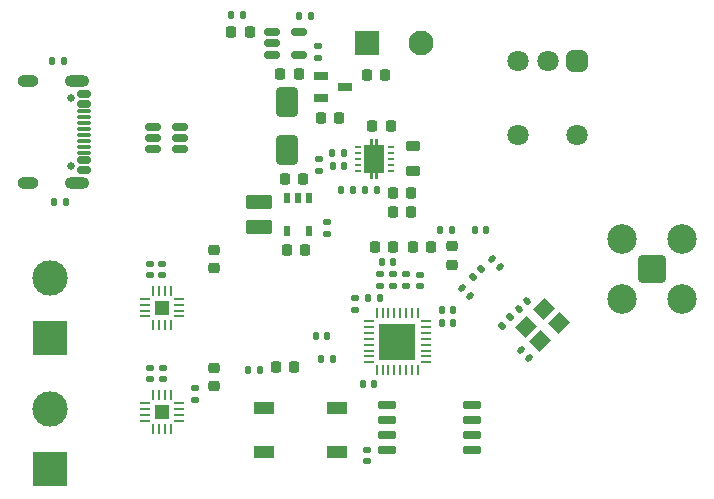
<source format=gts>
G04 #@! TF.GenerationSoftware,KiCad,Pcbnew,7.0.8*
G04 #@! TF.CreationDate,2024-01-23T22:35:07+01:00*
G04 #@! TF.ProjectId,internet-radio-speaker,696e7465-726e-4657-942d-726164696f2d,rev?*
G04 #@! TF.SameCoordinates,Original*
G04 #@! TF.FileFunction,Soldermask,Top*
G04 #@! TF.FilePolarity,Negative*
%FSLAX46Y46*%
G04 Gerber Fmt 4.6, Leading zero omitted, Abs format (unit mm)*
G04 Created by KiCad (PCBNEW 7.0.8) date 2024-01-23 22:35:07*
%MOMM*%
%LPD*%
G01*
G04 APERTURE LIST*
G04 Aperture macros list*
%AMRoundRect*
0 Rectangle with rounded corners*
0 $1 Rounding radius*
0 $2 $3 $4 $5 $6 $7 $8 $9 X,Y pos of 4 corners*
0 Add a 4 corners polygon primitive as box body*
4,1,4,$2,$3,$4,$5,$6,$7,$8,$9,$2,$3,0*
0 Add four circle primitives for the rounded corners*
1,1,$1+$1,$2,$3*
1,1,$1+$1,$4,$5*
1,1,$1+$1,$6,$7*
1,1,$1+$1,$8,$9*
0 Add four rect primitives between the rounded corners*
20,1,$1+$1,$2,$3,$4,$5,0*
20,1,$1+$1,$4,$5,$6,$7,0*
20,1,$1+$1,$6,$7,$8,$9,0*
20,1,$1+$1,$8,$9,$2,$3,0*%
%AMRotRect*
0 Rectangle, with rotation*
0 The origin of the aperture is its center*
0 $1 length*
0 $2 width*
0 $3 Rotation angle, in degrees counterclockwise*
0 Add horizontal line*
21,1,$1,$2,0,0,$3*%
%AMFreePoly0*
4,1,21,-0.125000,1.200000,0.125000,1.200000,0.125000,1.700000,0.375000,1.700000,0.375000,1.200000,0.825000,1.200000,0.825000,-1.200000,0.375000,-1.200000,0.375000,-1.700000,0.125000,-1.700000,0.125000,-1.200000,-0.125000,-1.200000,-0.125000,-1.700000,-0.375000,-1.700000,-0.375000,-1.200000,-0.825000,-1.200000,-0.825000,1.200000,-0.375000,1.200000,-0.375000,1.700000,-0.125000,1.700000,
-0.125000,1.200000,-0.125000,1.200000,$1*%
G04 Aperture macros list end*
%ADD10R,1.200000X0.650000*%
%ADD11R,3.000000X3.000000*%
%ADD12C,3.000000*%
%ADD13RoundRect,0.135000X-0.135000X-0.185000X0.135000X-0.185000X0.135000X0.185000X-0.135000X0.185000X0*%
%ADD14RoundRect,0.135000X0.185000X-0.135000X0.185000X0.135000X-0.185000X0.135000X-0.185000X-0.135000X0*%
%ADD15RoundRect,0.225000X-0.250000X0.225000X-0.250000X-0.225000X0.250000X-0.225000X0.250000X0.225000X0*%
%ADD16RoundRect,0.140000X0.140000X0.170000X-0.140000X0.170000X-0.140000X-0.170000X0.140000X-0.170000X0*%
%ADD17RoundRect,0.135000X0.135000X0.185000X-0.135000X0.185000X-0.135000X-0.185000X0.135000X-0.185000X0*%
%ADD18RoundRect,0.140000X0.170000X-0.140000X0.170000X0.140000X-0.170000X0.140000X-0.170000X-0.140000X0*%
%ADD19RoundRect,0.140000X-0.140000X-0.170000X0.140000X-0.170000X0.140000X0.170000X-0.140000X0.170000X0*%
%ADD20C,0.650000*%
%ADD21RoundRect,0.150000X-0.425000X0.150000X-0.425000X-0.150000X0.425000X-0.150000X0.425000X0.150000X0*%
%ADD22RoundRect,0.075000X-0.500000X0.075000X-0.500000X-0.075000X0.500000X-0.075000X0.500000X0.075000X0*%
%ADD23O,2.100000X1.000000*%
%ADD24O,1.800000X1.000000*%
%ADD25RoundRect,0.135000X0.035355X-0.226274X0.226274X-0.035355X-0.035355X0.226274X-0.226274X0.035355X0*%
%ADD26R,0.600000X0.240000*%
%ADD27FreePoly0,180.000000*%
%ADD28RotRect,1.400000X1.200000X225.000000*%
%ADD29RoundRect,0.062500X-0.062500X0.375000X-0.062500X-0.375000X0.062500X-0.375000X0.062500X0.375000X0*%
%ADD30RoundRect,0.062500X-0.375000X0.062500X-0.375000X-0.062500X0.375000X-0.062500X0.375000X0.062500X0*%
%ADD31R,3.100000X3.100000*%
%ADD32RoundRect,0.135000X-0.185000X0.135000X-0.185000X-0.135000X0.185000X-0.135000X0.185000X0.135000X0*%
%ADD33RoundRect,0.225000X-0.225000X-0.250000X0.225000X-0.250000X0.225000X0.250000X-0.225000X0.250000X0*%
%ADD34R,1.800000X1.100000*%
%ADD35RoundRect,0.250000X-0.850000X0.375000X-0.850000X-0.375000X0.850000X-0.375000X0.850000X0.375000X0*%
%ADD36RoundRect,0.150000X0.650000X0.150000X-0.650000X0.150000X-0.650000X-0.150000X0.650000X-0.150000X0*%
%ADD37RoundRect,0.147500X-0.172500X0.147500X-0.172500X-0.147500X0.172500X-0.147500X0.172500X0.147500X0*%
%ADD38RoundRect,0.140000X-0.219203X-0.021213X-0.021213X-0.219203X0.219203X0.021213X0.021213X0.219203X0*%
%ADD39R,0.600000X0.900000*%
%ADD40RoundRect,0.250001X-0.799999X-0.799999X0.799999X-0.799999X0.799999X0.799999X-0.799999X0.799999X0*%
%ADD41C,2.100000*%
%ADD42RoundRect,0.140000X0.021213X-0.219203X0.219203X-0.021213X-0.021213X0.219203X-0.219203X0.021213X0*%
%ADD43RoundRect,0.218750X-0.256250X0.218750X-0.256250X-0.218750X0.256250X-0.218750X0.256250X0.218750X0*%
%ADD44RoundRect,0.225000X0.225000X0.250000X-0.225000X0.250000X-0.225000X-0.250000X0.225000X-0.250000X0*%
%ADD45RoundRect,0.218750X-0.218750X-0.256250X0.218750X-0.256250X0.218750X0.256250X-0.218750X0.256250X0*%
%ADD46RoundRect,0.250000X0.650000X-1.000000X0.650000X1.000000X-0.650000X1.000000X-0.650000X-1.000000X0*%
%ADD47RoundRect,0.150000X-0.512500X-0.150000X0.512500X-0.150000X0.512500X0.150000X-0.512500X0.150000X0*%
%ADD48RoundRect,0.218750X0.381250X-0.218750X0.381250X0.218750X-0.381250X0.218750X-0.381250X-0.218750X0*%
%ADD49C,1.800000*%
%ADD50RoundRect,0.450000X0.450000X-0.450000X0.450000X0.450000X-0.450000X0.450000X-0.450000X-0.450000X0*%
%ADD51RoundRect,0.218750X0.218750X0.256250X-0.218750X0.256250X-0.218750X-0.256250X0.218750X-0.256250X0*%
%ADD52RoundRect,0.140000X-0.170000X0.140000X-0.170000X-0.140000X0.170000X-0.140000X0.170000X0.140000X0*%
%ADD53RoundRect,0.062500X0.350000X0.062500X-0.350000X0.062500X-0.350000X-0.062500X0.350000X-0.062500X0*%
%ADD54RoundRect,0.062500X0.062500X0.350000X-0.062500X0.350000X-0.062500X-0.350000X0.062500X-0.350000X0*%
%ADD55R,1.230000X1.230000*%
%ADD56C,2.500000*%
%ADD57RoundRect,0.200100X-0.949900X0.949900X-0.949900X-0.949900X0.949900X-0.949900X0.949900X0.949900X0*%
%ADD58RoundRect,0.147500X0.017678X-0.226274X0.226274X-0.017678X-0.017678X0.226274X-0.226274X0.017678X0*%
G04 APERTURE END LIST*
D10*
X135425000Y-96285000D03*
X135425000Y-98205000D03*
X137525000Y-97245000D03*
D11*
X112550000Y-118485000D03*
D12*
X112550000Y-113405000D03*
D11*
X112550000Y-129610000D03*
D12*
X112550000Y-124530000D03*
D13*
X137165000Y-105945000D03*
X138185000Y-105945000D03*
X145540000Y-109345000D03*
X146560000Y-109345000D03*
D14*
X141550000Y-114115000D03*
X141550000Y-113095000D03*
D13*
X112890000Y-107000000D03*
X113910000Y-107000000D03*
D15*
X126425000Y-111045000D03*
X126425000Y-112595000D03*
D16*
X140435000Y-115120000D03*
X139475000Y-115120000D03*
D17*
X137435000Y-102845000D03*
X136415000Y-102845000D03*
D18*
X120950000Y-113165000D03*
X120950000Y-112205000D03*
D13*
X139215000Y-105945000D03*
X140235000Y-105945000D03*
D19*
X145720000Y-116100000D03*
X146680000Y-116100000D03*
D20*
X114305000Y-98155000D03*
X114305000Y-103935000D03*
D21*
X115380000Y-97845000D03*
X115380000Y-98645000D03*
D22*
X115380000Y-99795000D03*
X115380000Y-100795000D03*
X115380000Y-101295000D03*
X115380000Y-102295000D03*
D21*
X115380000Y-103445000D03*
X115380000Y-104245000D03*
X115380000Y-104245000D03*
X115380000Y-103445000D03*
D22*
X115380000Y-102795000D03*
X115380000Y-101795000D03*
X115380000Y-100295000D03*
X115380000Y-99295000D03*
D21*
X115380000Y-98645000D03*
X115380000Y-97845000D03*
D23*
X114805000Y-96725000D03*
D24*
X110625000Y-96725000D03*
D23*
X114805000Y-105365000D03*
D24*
X110625000Y-105365000D03*
D14*
X135225000Y-94765000D03*
X135225000Y-93745000D03*
D15*
X126425000Y-121020000D03*
X126425000Y-122570000D03*
D25*
X150764965Y-117470659D03*
X151486213Y-116749411D03*
D26*
X141365000Y-104315000D03*
X141365000Y-103815000D03*
X141365000Y-103315000D03*
X141365000Y-102815000D03*
X141365000Y-102315000D03*
X138565000Y-102315000D03*
X138565000Y-102815000D03*
X138565000Y-103315000D03*
X138565000Y-103815000D03*
X138565000Y-104315000D03*
D27*
X139965000Y-103315000D03*
D28*
X154377366Y-116000553D03*
X152821731Y-117556188D03*
X154023812Y-118758269D03*
X155579447Y-117202634D03*
D29*
X143675000Y-116360000D03*
X143175000Y-116360000D03*
X142675000Y-116360000D03*
X142175000Y-116360000D03*
X141675000Y-116360000D03*
X141175000Y-116360000D03*
X140675000Y-116360000D03*
X140175000Y-116360000D03*
D30*
X139487500Y-117047500D03*
X139487500Y-117547500D03*
X139487500Y-118047500D03*
X139487500Y-118547500D03*
X139487500Y-119047500D03*
X139487500Y-119547500D03*
X139487500Y-120047500D03*
X139487500Y-120547500D03*
D29*
X140175000Y-121235000D03*
X140675000Y-121235000D03*
X141175000Y-121235000D03*
X141675000Y-121235000D03*
X142175000Y-121235000D03*
X142675000Y-121235000D03*
X143175000Y-121235000D03*
X143675000Y-121235000D03*
D30*
X144362500Y-120547500D03*
X144362500Y-120047500D03*
X144362500Y-119547500D03*
X144362500Y-119047500D03*
X144362500Y-118547500D03*
X144362500Y-118047500D03*
X144362500Y-117547500D03*
X144362500Y-117047500D03*
D31*
X141925000Y-118797500D03*
D32*
X124775000Y-123710000D03*
X124775000Y-122690000D03*
D13*
X127835000Y-91145000D03*
X128855000Y-91145000D03*
D33*
X135450000Y-99895000D03*
X137000000Y-99895000D03*
D34*
X130600000Y-124450000D03*
X136800000Y-124450000D03*
X130600000Y-128150000D03*
X136800000Y-128150000D03*
D33*
X141550000Y-106195000D03*
X143100000Y-106195000D03*
X143225000Y-110745000D03*
X144775000Y-110745000D03*
D17*
X136510000Y-120300000D03*
X135490000Y-120300000D03*
D35*
X130225000Y-106945000D03*
X130225000Y-109095000D03*
D13*
X129290000Y-121200000D03*
X130310000Y-121200000D03*
D36*
X141025000Y-127950000D03*
X141025000Y-126680000D03*
X141025000Y-125410000D03*
X141025000Y-124140000D03*
X148225000Y-124140000D03*
X148225000Y-125410000D03*
X148225000Y-126680000D03*
X148225000Y-127950000D03*
D37*
X142675000Y-113110000D03*
X142675000Y-114080000D03*
D16*
X141555000Y-112045000D03*
X140595000Y-112045000D03*
D33*
X139350000Y-96245000D03*
X140900000Y-96245000D03*
D38*
X147413084Y-114213084D03*
X148091906Y-114891906D03*
D16*
X136000000Y-118300000D03*
X135040000Y-118300000D03*
D18*
X120950000Y-121980000D03*
X120950000Y-121020000D03*
D39*
X134475000Y-106620000D03*
X133525000Y-106620000D03*
X132575000Y-106620000D03*
X132575000Y-109420000D03*
X134475000Y-109420000D03*
D40*
X139350000Y-93500000D03*
D41*
X143950000Y-93500000D03*
D16*
X137405000Y-103945000D03*
X136445000Y-103945000D03*
D42*
X152261178Y-116018822D03*
X152940000Y-115340000D03*
D43*
X146550000Y-110707500D03*
X146550000Y-112282500D03*
D19*
X148470000Y-109350000D03*
X149430000Y-109350000D03*
D13*
X133584223Y-91236452D03*
X134604223Y-91236452D03*
D44*
X141350000Y-100495000D03*
X139800000Y-100495000D03*
D45*
X131612500Y-120900000D03*
X133187500Y-120900000D03*
D44*
X141550000Y-110745000D03*
X140000000Y-110745000D03*
D33*
X141550000Y-107845000D03*
X143100000Y-107845000D03*
X132575000Y-111045000D03*
X134125000Y-111045000D03*
D19*
X145720000Y-117245000D03*
X146680000Y-117245000D03*
D38*
X152360589Y-119460589D03*
X153039411Y-120139411D03*
D46*
X132625000Y-102545000D03*
X132625000Y-98545000D03*
D44*
X133575000Y-96126632D03*
X132025000Y-96126632D03*
D33*
X132400000Y-104995000D03*
X133950000Y-104995000D03*
D47*
X123537500Y-100600000D03*
X123537500Y-101550000D03*
X123537500Y-102500000D03*
X121262500Y-102500000D03*
X121262500Y-101550000D03*
X121262500Y-100600000D03*
D18*
X122049999Y-121980000D03*
X122049999Y-121020000D03*
D14*
X135975000Y-109705000D03*
X135975000Y-108685000D03*
D48*
X143225000Y-104357500D03*
X143225000Y-102232500D03*
D13*
X112690000Y-95000000D03*
X113710000Y-95000000D03*
D49*
X152180000Y-101274700D03*
X157180000Y-101274700D03*
X152180000Y-95024700D03*
X154680000Y-95024700D03*
D50*
X157180000Y-95024700D03*
D51*
X127837500Y-92545000D03*
X129412500Y-92545000D03*
D52*
X139375000Y-127965000D03*
X139375000Y-128925000D03*
D38*
X149908094Y-111784871D03*
X150586916Y-112463693D03*
D53*
X123412500Y-125475000D03*
X123412500Y-124975000D03*
X123412500Y-124475000D03*
X123412500Y-123975000D03*
D54*
X122725000Y-123287500D03*
X122225000Y-123287500D03*
X121725000Y-123287500D03*
X121225000Y-123287500D03*
D53*
X120537500Y-123975000D03*
X120537500Y-124475000D03*
X120537500Y-124975000D03*
X120537500Y-125475000D03*
D54*
X121225000Y-126162500D03*
X121725000Y-126162500D03*
X122225000Y-126162500D03*
X122725000Y-126162500D03*
D55*
X121975000Y-124725000D03*
D14*
X135300000Y-104310000D03*
X135300000Y-103290000D03*
D47*
X133600000Y-92595000D03*
X133600000Y-94495000D03*
X131325000Y-94495000D03*
X131325000Y-93545000D03*
X131325000Y-92595000D03*
D32*
X140425000Y-113085000D03*
X140425000Y-114105000D03*
D16*
X139980000Y-122395000D03*
X139020000Y-122395000D03*
D18*
X143825000Y-114075000D03*
X143825000Y-113115000D03*
D53*
X123412500Y-116660000D03*
X123412500Y-116160000D03*
X123412500Y-115660000D03*
X123412500Y-115160000D03*
D54*
X122725000Y-114472500D03*
X122225000Y-114472500D03*
X121725000Y-114472500D03*
X121225000Y-114472500D03*
D53*
X120537500Y-115160000D03*
X120537500Y-115660000D03*
X120537500Y-116160000D03*
X120537500Y-116660000D03*
D54*
X121225000Y-117347500D03*
X121725000Y-117347500D03*
X122225000Y-117347500D03*
X122725000Y-117347500D03*
D55*
X121975000Y-115910000D03*
D18*
X138300000Y-116075000D03*
X138300000Y-115115000D03*
X122025000Y-113160000D03*
X122025000Y-112200000D03*
D56*
X160960000Y-115180000D03*
X166040000Y-115180000D03*
X160960000Y-110100000D03*
X166040000Y-110100000D03*
D57*
X163500000Y-112640000D03*
D58*
X148365147Y-113327818D03*
X149051041Y-112641924D03*
M02*

</source>
